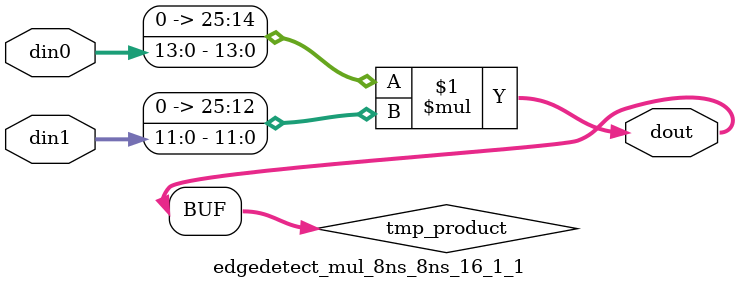
<source format=v>

`timescale 1 ns / 1 ps

 module edgedetect_mul_8ns_8ns_16_1_1(din0, din1, dout);
parameter ID = 1;
parameter NUM_STAGE = 0;
parameter din0_WIDTH = 14;
parameter din1_WIDTH = 12;
parameter dout_WIDTH = 26;

input [din0_WIDTH - 1 : 0] din0; 
input [din1_WIDTH - 1 : 0] din1; 
output [dout_WIDTH - 1 : 0] dout;

wire signed [dout_WIDTH - 1 : 0] tmp_product;
























assign tmp_product = $signed({1'b0, din0}) * $signed({1'b0, din1});











assign dout = tmp_product;





















endmodule

</source>
